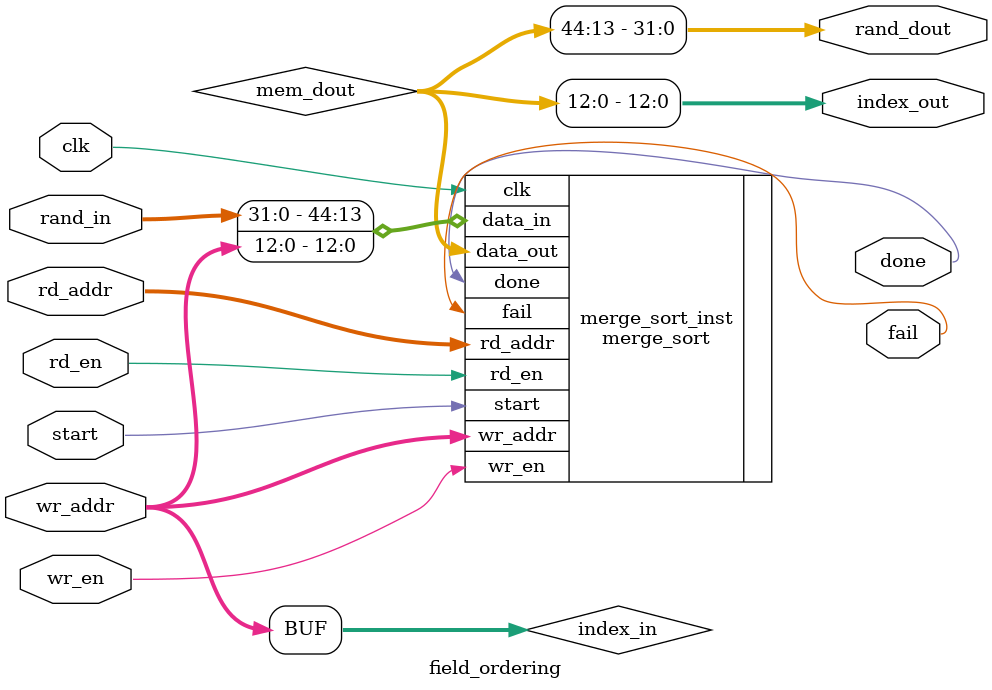
<source format=v>
/*
 * This file is top level sort module.
 *
 * Copyright (C) 2018
 * Authors: Wen Wang <wen.wang.ww349@yale.edu>
 *          Ruben Niederhagen <ruben@polycephaly.org>
 *
 * This program is free software; you can redistribute it and/or modify
 * it under the terms of the GNU General Public License as published by
 * the Free Software Foundation; either version 3 of the License, or
 * (at your option) any later version.
 *
 * This program is distributed in the hope that it will be useful,
 * but WITHOUT ANY WARRANTY; without even the implied warranty of
 * MERCHANTABILITY or FITNESS FOR A PARTICULAR PURPOSE.  See the
 * GNU General Public License for more details.
 *
 * You should have received a copy of the GNU General Public License
 * along with this program; if not, write to the Free Software Foundation,
 * Inc., 51 Franklin Street, Fifth Floor, Boston, MA 02110-1301  USA
 *
*/

// generate secret permutation
// using the FieldOrdering approach.
// Part of the secret key generation

module field_ordering
  #(
    parameter M = 13,      // bit width of alphas
    parameter SIGMA2 = 32  // bit width of the randomly generated integers (for sorting)
  )
  (
    input wire clk,        // global clock signal
    input wire start,      // start generating the field ordering (suppoert - alphas)
    output wire done,      // done generating
    output wire fail,      // there was a failure - to sort values were equal!

    // write interface
    input wire wr_en,                  // write enable for random input data  - host_alpha_rand_wr_en in key_gen
    input wire [M-1:0] wr_addr,        // write address for input             - host_alpha_rand_wr_addr in key_gen
    input wire [SIGMA2-1:0] rand_in,   // input data                          - host_alpha_rand_data_in in key_gen
    
    // read interface
    input wire rd_en,                  // read enable to read data after done        - P_rd_en in decap
    input wire [M-1:0] rd_addr,        // read adddress for output                   - P_rd_addr in decap
    output wire [M-1:0] index_out,     // the field element at the requested input   - P_dout in decap

    output wire [SIGMA2-1:0] rand_dout // the corresponding random input data for sanity check
  );
 
  wire [M+SIGMA2-1:0] mem_dout;
  assign rand_dout = mem_dout[M+SIGMA2-1:M];
  assign index_out = mem_dout[M-1:0];
  
  wire [M-1:0] index_in;
  assign index_in = wr_addr;
  
  merge_sort #(.INT_WIDTH(SIGMA2), .INDEX_WIDTH(M), .LIST_LEN(1 << M), .FILE("")) merge_sort_inst (
    .clk(clk),
    .start(start),
    .wr_en(wr_en),
    .wr_addr(wr_addr),
    .data_in({rand_in, index_in}),
    .rd_en(rd_en),
    .rd_addr(rd_addr),
    .data_out(mem_dout),
    .done(done),
    .fail(fail)
  );  
 
endmodule

 

</source>
